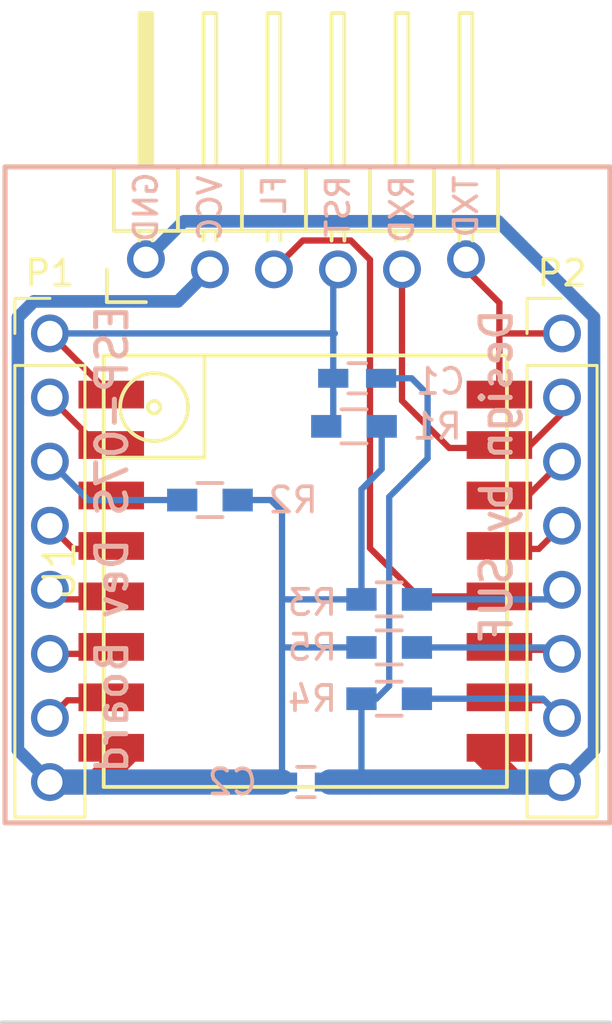
<source format=kicad_pcb>
(kicad_pcb (version 4) (host pcbnew 4.0.2-stable)

  (general
    (links 36)
    (no_connects 0)
    (area 139.671667 88.184999 170.208334 128.980001)
    (thickness 1.6)
    (drawings 17)
    (tracks 100)
    (zones 0)
    (modules 11)
    (nets 17)
  )

  (page A4)
  (layers
    (0 F.Cu signal)
    (31 B.Cu signal)
    (32 B.Adhes user)
    (33 F.Adhes user)
    (34 B.Paste user)
    (35 F.Paste user)
    (36 B.SilkS user)
    (37 F.SilkS user)
    (38 B.Mask user)
    (39 F.Mask user)
    (40 Dwgs.User user)
    (41 Cmts.User user)
    (42 Eco1.User user)
    (43 Eco2.User user)
    (44 Edge.Cuts user)
    (45 Margin user)
    (46 B.CrtYd user)
    (47 F.CrtYd user)
    (48 B.Fab user)
    (49 F.Fab user)
  )

  (setup
    (last_trace_width 0.5)
    (user_trace_width 0.5)
    (user_trace_width 1)
    (trace_clearance 0.2)
    (zone_clearance 0.508)
    (zone_45_only no)
    (trace_min 0.2)
    (segment_width 0.2)
    (edge_width 0.15)
    (via_size 0.6)
    (via_drill 0.4)
    (via_min_size 0.4)
    (via_min_drill 0.3)
    (uvia_size 0.3)
    (uvia_drill 0.1)
    (uvias_allowed no)
    (uvia_min_size 0.2)
    (uvia_min_drill 0.1)
    (pcb_text_width 0.3)
    (pcb_text_size 1.5 1.5)
    (mod_edge_width 0.15)
    (mod_text_size 1 1)
    (mod_text_width 0.15)
    (pad_size 1.5 1.5)
    (pad_drill 1)
    (pad_to_mask_clearance 0.2)
    (aux_axis_origin 0 0)
    (visible_elements 7FFFFFFF)
    (pcbplotparams
      (layerselection 0x00030_80000001)
      (usegerberextensions false)
      (excludeedgelayer true)
      (linewidth 0.100000)
      (plotframeref false)
      (viasonmask false)
      (mode 1)
      (useauxorigin false)
      (hpglpennumber 1)
      (hpglpenspeed 20)
      (hpglpendiameter 15)
      (hpglpenoverlay 2)
      (psnegative false)
      (psa4output false)
      (plotreference true)
      (plotvalue true)
      (plotinvisibletext false)
      (padsonsilk false)
      (subtractmaskfromsilk false)
      (outputformat 1)
      (mirror false)
      (drillshape 1)
      (scaleselection 1)
      (outputdirectory ""))
  )

  (net 0 "")
  (net 1 "Net-(P1-Pad2)")
  (net 2 "Net-(P1-Pad3)")
  (net 3 "Net-(P1-Pad4)")
  (net 4 "Net-(P1-Pad5)")
  (net 5 "Net-(P1-Pad6)")
  (net 6 "Net-(P1-Pad7)")
  (net 7 "Net-(P2-Pad1)")
  (net 8 "Net-(P2-Pad2)")
  (net 9 "Net-(P2-Pad3)")
  (net 10 "Net-(P2-Pad4)")
  (net 11 "Net-(P2-Pad5)")
  (net 12 "Net-(P2-Pad6)")
  (net 13 "Net-(P2-Pad7)")
  (net 14 "Net-(C1-Pad1)")
  (net 15 GND)
  (net 16 VCC)

  (net_class Default "This is the default net class."
    (clearance 0.2)
    (trace_width 0.25)
    (via_dia 0.6)
    (via_drill 0.4)
    (uvia_dia 0.3)
    (uvia_drill 0.1)
    (add_net GND)
    (add_net "Net-(C1-Pad1)")
    (add_net "Net-(P1-Pad2)")
    (add_net "Net-(P1-Pad3)")
    (add_net "Net-(P1-Pad4)")
    (add_net "Net-(P1-Pad5)")
    (add_net "Net-(P1-Pad6)")
    (add_net "Net-(P1-Pad7)")
    (add_net "Net-(P2-Pad1)")
    (add_net "Net-(P2-Pad2)")
    (add_net "Net-(P2-Pad3)")
    (add_net "Net-(P2-Pad4)")
    (add_net "Net-(P2-Pad5)")
    (add_net "Net-(P2-Pad6)")
    (add_net "Net-(P2-Pad7)")
    (add_net VCC)
  )

  (module Capacitors_SMD:C_0603_HandSoldering (layer B.Cu) (tedit 58369A76) (tstamp 5835D395)
    (at 156.972 103.378)
    (descr "Capacitor SMD 0603, hand soldering")
    (tags "capacitor 0603")
    (path /5835D719)
    (attr smd)
    (fp_text reference C1 (at 3.302 0.127) (layer B.SilkS)
      (effects (font (size 1 1) (thickness 0.15)) (justify mirror))
    )
    (fp_text value 470pF (at 0 -1.9) (layer B.Fab) hide
      (effects (font (size 1 1) (thickness 0.15)) (justify mirror))
    )
    (fp_line (start -0.8 -0.4) (end -0.8 0.4) (layer B.Fab) (width 0.15))
    (fp_line (start 0.8 -0.4) (end -0.8 -0.4) (layer B.Fab) (width 0.15))
    (fp_line (start 0.8 0.4) (end 0.8 -0.4) (layer B.Fab) (width 0.15))
    (fp_line (start -0.8 0.4) (end 0.8 0.4) (layer B.Fab) (width 0.15))
    (fp_line (start -1.85 0.75) (end 1.85 0.75) (layer B.CrtYd) (width 0.05))
    (fp_line (start -1.85 -0.75) (end 1.85 -0.75) (layer B.CrtYd) (width 0.05))
    (fp_line (start -1.85 0.75) (end -1.85 -0.75) (layer B.CrtYd) (width 0.05))
    (fp_line (start 1.85 0.75) (end 1.85 -0.75) (layer B.CrtYd) (width 0.05))
    (fp_line (start -0.35 0.6) (end 0.35 0.6) (layer B.SilkS) (width 0.15))
    (fp_line (start 0.35 -0.6) (end -0.35 -0.6) (layer B.SilkS) (width 0.15))
    (pad 1 smd rect (at -0.95 0) (size 1.2 0.75) (layers B.Cu B.Paste B.Mask)
      (net 14 "Net-(C1-Pad1)"))
    (pad 2 smd rect (at 0.95 0) (size 1.2 0.75) (layers B.Cu B.Paste B.Mask)
      (net 15 GND))
    (model Capacitors_SMD.3dshapes/C_0603_HandSoldering.wrl
      (at (xyz 0 0 0))
      (scale (xyz 1 1 1))
      (rotate (xyz 0 0 0))
    )
  )

  (module Capacitors_SMD:C_0603_HandSoldering (layer B.Cu) (tedit 58784CD4) (tstamp 5835D3A5)
    (at 154.94 119.38)
    (descr "Capacitor SMD 0603, hand soldering")
    (tags "capacitor 0603")
    (path /5835D7AA)
    (attr smd)
    (fp_text reference C2 (at -2.921 0) (layer B.SilkS)
      (effects (font (size 1 1) (thickness 0.15)) (justify mirror))
    )
    (fp_text value 1uF/6.3V (at 0 -1.9) (layer B.Fab) hide
      (effects (font (size 1 1) (thickness 0.15)) (justify mirror))
    )
    (fp_line (start -0.8 -0.4) (end -0.8 0.4) (layer B.Fab) (width 0.15))
    (fp_line (start 0.8 -0.4) (end -0.8 -0.4) (layer B.Fab) (width 0.15))
    (fp_line (start 0.8 0.4) (end 0.8 -0.4) (layer B.Fab) (width 0.15))
    (fp_line (start -0.8 0.4) (end 0.8 0.4) (layer B.Fab) (width 0.15))
    (fp_line (start -1.85 0.75) (end 1.85 0.75) (layer B.CrtYd) (width 0.05))
    (fp_line (start -1.85 -0.75) (end 1.85 -0.75) (layer B.CrtYd) (width 0.05))
    (fp_line (start -1.85 0.75) (end -1.85 -0.75) (layer B.CrtYd) (width 0.05))
    (fp_line (start 1.85 0.75) (end 1.85 -0.75) (layer B.CrtYd) (width 0.05))
    (fp_line (start -0.35 0.6) (end 0.35 0.6) (layer B.SilkS) (width 0.15))
    (fp_line (start 0.35 -0.6) (end -0.35 -0.6) (layer B.SilkS) (width 0.15))
    (pad 1 smd rect (at -0.95 0) (size 1.2 0.75) (layers B.Cu B.Paste B.Mask)
      (net 16 VCC))
    (pad 2 smd rect (at 0.95 0) (size 1.2 0.75) (layers B.Cu B.Paste B.Mask)
      (net 15 GND))
    (model Capacitors_SMD.3dshapes/C_0603_HandSoldering.wrl
      (at (xyz 0 0 0))
      (scale (xyz 1 1 1))
      (rotate (xyz 0 0 0))
    )
  )

  (module Pin_Headers:Pin_Header_Angled_1x06 (layer F.Cu) (tedit 5879D58A) (tstamp 5835D3F0)
    (at 148.59 99.06 90)
    (descr "Through hole pin header")
    (tags "pin header")
    (path /5835D014)
    (fp_text reference P3 (at 0 -5.1 90) (layer F.SilkS) hide
      (effects (font (size 1 1) (thickness 0.15)))
    )
    (fp_text value CONN_01X06 (at 2.54 -2.54 90) (layer F.Fab) hide
      (effects (font (size 1 1) (thickness 0.15)))
    )
    (fp_line (start -1.5 -1.75) (end -1.5 14.45) (layer F.CrtYd) (width 0.05))
    (fp_line (start 10.65 -1.75) (end 10.65 14.45) (layer F.CrtYd) (width 0.05))
    (fp_line (start -1.5 -1.75) (end 10.65 -1.75) (layer F.CrtYd) (width 0.05))
    (fp_line (start -1.5 14.45) (end 10.65 14.45) (layer F.CrtYd) (width 0.05))
    (fp_line (start -1.3 -1.55) (end -1.3 0) (layer F.SilkS) (width 0.15))
    (fp_line (start 0 -1.55) (end -1.3 -1.55) (layer F.SilkS) (width 0.15))
    (fp_line (start 4.191 -0.127) (end 10.033 -0.127) (layer F.SilkS) (width 0.15))
    (fp_line (start 10.033 -0.127) (end 10.033 0.127) (layer F.SilkS) (width 0.15))
    (fp_line (start 10.033 0.127) (end 4.191 0.127) (layer F.SilkS) (width 0.15))
    (fp_line (start 4.191 0.127) (end 4.191 0) (layer F.SilkS) (width 0.15))
    (fp_line (start 4.191 0) (end 10.033 0) (layer F.SilkS) (width 0.15))
    (fp_line (start 1.524 -0.254) (end 1.143 -0.254) (layer F.SilkS) (width 0.15))
    (fp_line (start 1.524 0.254) (end 1.143 0.254) (layer F.SilkS) (width 0.15))
    (fp_line (start 1.524 2.286) (end 1.143 2.286) (layer F.SilkS) (width 0.15))
    (fp_line (start 1.524 2.794) (end 1.143 2.794) (layer F.SilkS) (width 0.15))
    (fp_line (start 1.524 4.826) (end 1.143 4.826) (layer F.SilkS) (width 0.15))
    (fp_line (start 1.524 5.334) (end 1.143 5.334) (layer F.SilkS) (width 0.15))
    (fp_line (start 1.524 12.954) (end 1.143 12.954) (layer F.SilkS) (width 0.15))
    (fp_line (start 1.524 12.446) (end 1.143 12.446) (layer F.SilkS) (width 0.15))
    (fp_line (start 1.524 10.414) (end 1.143 10.414) (layer F.SilkS) (width 0.15))
    (fp_line (start 1.524 9.906) (end 1.143 9.906) (layer F.SilkS) (width 0.15))
    (fp_line (start 1.524 7.874) (end 1.143 7.874) (layer F.SilkS) (width 0.15))
    (fp_line (start 1.524 7.366) (end 1.143 7.366) (layer F.SilkS) (width 0.15))
    (fp_line (start 1.524 -1.27) (end 4.064 -1.27) (layer F.SilkS) (width 0.15))
    (fp_line (start 1.524 1.27) (end 4.064 1.27) (layer F.SilkS) (width 0.15))
    (fp_line (start 1.524 1.27) (end 1.524 3.81) (layer F.SilkS) (width 0.15))
    (fp_line (start 1.524 3.81) (end 4.064 3.81) (layer F.SilkS) (width 0.15))
    (fp_line (start 4.064 2.286) (end 10.16 2.286) (layer F.SilkS) (width 0.15))
    (fp_line (start 10.16 2.286) (end 10.16 2.794) (layer F.SilkS) (width 0.15))
    (fp_line (start 10.16 2.794) (end 4.064 2.794) (layer F.SilkS) (width 0.15))
    (fp_line (start 4.064 3.81) (end 4.064 1.27) (layer F.SilkS) (width 0.15))
    (fp_line (start 4.064 1.27) (end 4.064 -1.27) (layer F.SilkS) (width 0.15))
    (fp_line (start 10.16 0.254) (end 4.064 0.254) (layer F.SilkS) (width 0.15))
    (fp_line (start 10.16 -0.254) (end 10.16 0.254) (layer F.SilkS) (width 0.15))
    (fp_line (start 4.064 -0.254) (end 10.16 -0.254) (layer F.SilkS) (width 0.15))
    (fp_line (start 1.524 1.27) (end 4.064 1.27) (layer F.SilkS) (width 0.15))
    (fp_line (start 1.524 -1.27) (end 1.524 1.27) (layer F.SilkS) (width 0.15))
    (fp_line (start 1.524 8.89) (end 4.064 8.89) (layer F.SilkS) (width 0.15))
    (fp_line (start 1.524 8.89) (end 1.524 11.43) (layer F.SilkS) (width 0.15))
    (fp_line (start 1.524 11.43) (end 4.064 11.43) (layer F.SilkS) (width 0.15))
    (fp_line (start 4.064 9.906) (end 10.16 9.906) (layer F.SilkS) (width 0.15))
    (fp_line (start 10.16 9.906) (end 10.16 10.414) (layer F.SilkS) (width 0.15))
    (fp_line (start 10.16 10.414) (end 4.064 10.414) (layer F.SilkS) (width 0.15))
    (fp_line (start 4.064 11.43) (end 4.064 8.89) (layer F.SilkS) (width 0.15))
    (fp_line (start 4.064 13.97) (end 4.064 11.43) (layer F.SilkS) (width 0.15))
    (fp_line (start 10.16 12.954) (end 4.064 12.954) (layer F.SilkS) (width 0.15))
    (fp_line (start 10.16 12.446) (end 10.16 12.954) (layer F.SilkS) (width 0.15))
    (fp_line (start 4.064 12.446) (end 10.16 12.446) (layer F.SilkS) (width 0.15))
    (fp_line (start 1.524 13.97) (end 4.064 13.97) (layer F.SilkS) (width 0.15))
    (fp_line (start 1.524 11.43) (end 1.524 13.97) (layer F.SilkS) (width 0.15))
    (fp_line (start 1.524 11.43) (end 4.064 11.43) (layer F.SilkS) (width 0.15))
    (fp_line (start 1.524 6.35) (end 4.064 6.35) (layer F.SilkS) (width 0.15))
    (fp_line (start 1.524 6.35) (end 1.524 8.89) (layer F.SilkS) (width 0.15))
    (fp_line (start 1.524 8.89) (end 4.064 8.89) (layer F.SilkS) (width 0.15))
    (fp_line (start 4.064 7.366) (end 10.16 7.366) (layer F.SilkS) (width 0.15))
    (fp_line (start 10.16 7.366) (end 10.16 7.874) (layer F.SilkS) (width 0.15))
    (fp_line (start 10.16 7.874) (end 4.064 7.874) (layer F.SilkS) (width 0.15))
    (fp_line (start 4.064 8.89) (end 4.064 6.35) (layer F.SilkS) (width 0.15))
    (fp_line (start 4.064 6.35) (end 4.064 3.81) (layer F.SilkS) (width 0.15))
    (fp_line (start 10.16 5.334) (end 4.064 5.334) (layer F.SilkS) (width 0.15))
    (fp_line (start 10.16 4.826) (end 10.16 5.334) (layer F.SilkS) (width 0.15))
    (fp_line (start 4.064 4.826) (end 10.16 4.826) (layer F.SilkS) (width 0.15))
    (fp_line (start 1.524 6.35) (end 4.064 6.35) (layer F.SilkS) (width 0.15))
    (fp_line (start 1.524 3.81) (end 1.524 6.35) (layer F.SilkS) (width 0.15))
    (fp_line (start 1.524 3.81) (end 4.064 3.81) (layer F.SilkS) (width 0.15))
    (pad 1 thru_hole circle (at 0.4 0 90) (size 1.5 1.5) (drill 1) (layers *.Cu *.Mask)
      (net 15 GND))
    (pad 2 thru_hole circle (at 0 2.54 90) (size 1.5 1.5) (drill 1) (layers *.Cu *.Mask)
      (net 16 VCC))
    (pad 3 thru_hole circle (at 0 5.08 90) (size 1.5 1.5) (drill 1) (layers *.Cu *.Mask)
      (net 11 "Net-(P2-Pad5)"))
    (pad 4 thru_hole circle (at 0 7.62 90) (size 1.5 1.5) (drill 1) (layers *.Cu *.Mask)
      (net 14 "Net-(C1-Pad1)"))
    (pad 5 thru_hole circle (at 0 10.16 90) (size 1.5 1.5) (drill 1) (layers *.Cu *.Mask)
      (net 8 "Net-(P2-Pad2)"))
    (pad 6 thru_hole circle (at 0.4 12.7 90) (size 1.5 1.5) (drill 1) (layers *.Cu *.Mask)
      (net 7 "Net-(P2-Pad1)"))
    (model Pin_Headers.3dshapes/Pin_Header_Angled_1x06.wrl
      (at (xyz 0 -0.25 0))
      (scale (xyz 1 1 1))
      (rotate (xyz 0 0 90))
    )
  )

  (module Resistors_SMD:R_0603_HandSoldering (layer B.Cu) (tedit 58369A6C) (tstamp 5835D400)
    (at 156.845 105.283 180)
    (descr "Resistor SMD 0603, hand soldering")
    (tags "resistor 0603")
    (path /5835D4C2)
    (attr smd)
    (fp_text reference R1 (at -3.302 0 180) (layer B.SilkS)
      (effects (font (size 1 1) (thickness 0.15)) (justify mirror))
    )
    (fp_text value 12K (at 0 -1.9 180) (layer B.Fab) hide
      (effects (font (size 1 1) (thickness 0.15)) (justify mirror))
    )
    (fp_line (start -0.8 -0.4) (end -0.8 0.4) (layer B.Fab) (width 0.1))
    (fp_line (start 0.8 -0.4) (end -0.8 -0.4) (layer B.Fab) (width 0.1))
    (fp_line (start 0.8 0.4) (end 0.8 -0.4) (layer B.Fab) (width 0.1))
    (fp_line (start -0.8 0.4) (end 0.8 0.4) (layer B.Fab) (width 0.1))
    (fp_line (start -2 0.8) (end 2 0.8) (layer B.CrtYd) (width 0.05))
    (fp_line (start -2 -0.8) (end 2 -0.8) (layer B.CrtYd) (width 0.05))
    (fp_line (start -2 0.8) (end -2 -0.8) (layer B.CrtYd) (width 0.05))
    (fp_line (start 2 0.8) (end 2 -0.8) (layer B.CrtYd) (width 0.05))
    (fp_line (start 0.5 -0.675) (end -0.5 -0.675) (layer B.SilkS) (width 0.15))
    (fp_line (start -0.5 0.675) (end 0.5 0.675) (layer B.SilkS) (width 0.15))
    (pad 1 smd rect (at -1.1 0 180) (size 1.2 0.9) (layers B.Cu B.Paste B.Mask)
      (net 16 VCC))
    (pad 2 smd rect (at 1.1 0 180) (size 1.2 0.9) (layers B.Cu B.Paste B.Mask)
      (net 14 "Net-(C1-Pad1)"))
    (model Resistors_SMD.3dshapes/R_0603_HandSoldering.wrl
      (at (xyz 0 0 0))
      (scale (xyz 1 1 1))
      (rotate (xyz 0 0 0))
    )
  )

  (module Resistors_SMD:R_0603_HandSoldering (layer B.Cu) (tedit 58369A50) (tstamp 5835D410)
    (at 151.13 108.204 180)
    (descr "Resistor SMD 0603, hand soldering")
    (tags "resistor 0603")
    (path /5835D57D)
    (attr smd)
    (fp_text reference R2 (at -3.302 0 180) (layer B.SilkS)
      (effects (font (size 1 1) (thickness 0.15)) (justify mirror))
    )
    (fp_text value 12K (at 0 -1.9 180) (layer B.Fab) hide
      (effects (font (size 1 1) (thickness 0.15)) (justify mirror))
    )
    (fp_line (start -0.8 -0.4) (end -0.8 0.4) (layer B.Fab) (width 0.1))
    (fp_line (start 0.8 -0.4) (end -0.8 -0.4) (layer B.Fab) (width 0.1))
    (fp_line (start 0.8 0.4) (end 0.8 -0.4) (layer B.Fab) (width 0.1))
    (fp_line (start -0.8 0.4) (end 0.8 0.4) (layer B.Fab) (width 0.1))
    (fp_line (start -2 0.8) (end 2 0.8) (layer B.CrtYd) (width 0.05))
    (fp_line (start -2 -0.8) (end 2 -0.8) (layer B.CrtYd) (width 0.05))
    (fp_line (start -2 0.8) (end -2 -0.8) (layer B.CrtYd) (width 0.05))
    (fp_line (start 2 0.8) (end 2 -0.8) (layer B.CrtYd) (width 0.05))
    (fp_line (start 0.5 -0.675) (end -0.5 -0.675) (layer B.SilkS) (width 0.15))
    (fp_line (start -0.5 0.675) (end 0.5 0.675) (layer B.SilkS) (width 0.15))
    (pad 1 smd rect (at -1.1 0 180) (size 1.2 0.9) (layers B.Cu B.Paste B.Mask)
      (net 16 VCC))
    (pad 2 smd rect (at 1.1 0 180) (size 1.2 0.9) (layers B.Cu B.Paste B.Mask)
      (net 2 "Net-(P1-Pad3)"))
    (model Resistors_SMD.3dshapes/R_0603_HandSoldering.wrl
      (at (xyz 0 0 0))
      (scale (xyz 1 1 1))
      (rotate (xyz 0 0 0))
    )
  )

  (module Resistors_SMD:R_0603_HandSoldering (layer B.Cu) (tedit 58369A29) (tstamp 5835D420)
    (at 158.242 112.141)
    (descr "Resistor SMD 0603, hand soldering")
    (tags "resistor 0603")
    (path /5835D2D9)
    (attr smd)
    (fp_text reference R3 (at -3.048 0.127) (layer B.SilkS)
      (effects (font (size 1 1) (thickness 0.15)) (justify mirror))
    )
    (fp_text value 12K (at 0 -1.9) (layer B.Fab) hide
      (effects (font (size 1 1) (thickness 0.15)) (justify mirror))
    )
    (fp_line (start -0.8 -0.4) (end -0.8 0.4) (layer B.Fab) (width 0.1))
    (fp_line (start 0.8 -0.4) (end -0.8 -0.4) (layer B.Fab) (width 0.1))
    (fp_line (start 0.8 0.4) (end 0.8 -0.4) (layer B.Fab) (width 0.1))
    (fp_line (start -0.8 0.4) (end 0.8 0.4) (layer B.Fab) (width 0.1))
    (fp_line (start -2 0.8) (end 2 0.8) (layer B.CrtYd) (width 0.05))
    (fp_line (start -2 -0.8) (end 2 -0.8) (layer B.CrtYd) (width 0.05))
    (fp_line (start -2 0.8) (end -2 -0.8) (layer B.CrtYd) (width 0.05))
    (fp_line (start 2 0.8) (end 2 -0.8) (layer B.CrtYd) (width 0.05))
    (fp_line (start 0.5 -0.675) (end -0.5 -0.675) (layer B.SilkS) (width 0.15))
    (fp_line (start -0.5 0.675) (end 0.5 0.675) (layer B.SilkS) (width 0.15))
    (pad 1 smd rect (at -1.1 0) (size 1.2 0.9) (layers B.Cu B.Paste B.Mask)
      (net 16 VCC))
    (pad 2 smd rect (at 1.1 0) (size 1.2 0.9) (layers B.Cu B.Paste B.Mask)
      (net 11 "Net-(P2-Pad5)"))
    (model Resistors_SMD.3dshapes/R_0603_HandSoldering.wrl
      (at (xyz 0 0 0))
      (scale (xyz 1 1 1))
      (rotate (xyz 0 0 0))
    )
  )

  (module Resistors_SMD:R_0603_HandSoldering (layer B.Cu) (tedit 58369A0F) (tstamp 5835D430)
    (at 158.242 116.078 180)
    (descr "Resistor SMD 0603, hand soldering")
    (tags "resistor 0603")
    (path /5835D60D)
    (attr smd)
    (fp_text reference R4 (at 3.048 0 180) (layer B.SilkS)
      (effects (font (size 1 1) (thickness 0.15)) (justify mirror))
    )
    (fp_text value 12K (at 0 -1.9 180) (layer B.Fab) hide
      (effects (font (size 1 1) (thickness 0.15)) (justify mirror))
    )
    (fp_line (start -0.8 -0.4) (end -0.8 0.4) (layer B.Fab) (width 0.1))
    (fp_line (start 0.8 -0.4) (end -0.8 -0.4) (layer B.Fab) (width 0.1))
    (fp_line (start 0.8 0.4) (end 0.8 -0.4) (layer B.Fab) (width 0.1))
    (fp_line (start -0.8 0.4) (end 0.8 0.4) (layer B.Fab) (width 0.1))
    (fp_line (start -2 0.8) (end 2 0.8) (layer B.CrtYd) (width 0.05))
    (fp_line (start -2 -0.8) (end 2 -0.8) (layer B.CrtYd) (width 0.05))
    (fp_line (start -2 0.8) (end -2 -0.8) (layer B.CrtYd) (width 0.05))
    (fp_line (start 2 0.8) (end 2 -0.8) (layer B.CrtYd) (width 0.05))
    (fp_line (start 0.5 -0.675) (end -0.5 -0.675) (layer B.SilkS) (width 0.15))
    (fp_line (start -0.5 0.675) (end 0.5 0.675) (layer B.SilkS) (width 0.15))
    (pad 1 smd rect (at -1.1 0 180) (size 1.2 0.9) (layers B.Cu B.Paste B.Mask)
      (net 13 "Net-(P2-Pad7)"))
    (pad 2 smd rect (at 1.1 0 180) (size 1.2 0.9) (layers B.Cu B.Paste B.Mask)
      (net 15 GND))
    (model Resistors_SMD.3dshapes/R_0603_HandSoldering.wrl
      (at (xyz 0 0 0))
      (scale (xyz 1 1 1))
      (rotate (xyz 0 0 0))
    )
  )

  (module Resistors_SMD:R_0603_HandSoldering (layer B.Cu) (tedit 58369A1F) (tstamp 5835D440)
    (at 158.242 114.046)
    (descr "Resistor SMD 0603, hand soldering")
    (tags "resistor 0603")
    (path /5835D486)
    (attr smd)
    (fp_text reference R5 (at -3.048 0) (layer B.SilkS)
      (effects (font (size 1 1) (thickness 0.15)) (justify mirror))
    )
    (fp_text value 12K (at 0 -1.9) (layer B.Fab) hide
      (effects (font (size 1 1) (thickness 0.15)) (justify mirror))
    )
    (fp_line (start -0.8 -0.4) (end -0.8 0.4) (layer B.Fab) (width 0.1))
    (fp_line (start 0.8 -0.4) (end -0.8 -0.4) (layer B.Fab) (width 0.1))
    (fp_line (start 0.8 0.4) (end 0.8 -0.4) (layer B.Fab) (width 0.1))
    (fp_line (start -0.8 0.4) (end 0.8 0.4) (layer B.Fab) (width 0.1))
    (fp_line (start -2 0.8) (end 2 0.8) (layer B.CrtYd) (width 0.05))
    (fp_line (start -2 -0.8) (end 2 -0.8) (layer B.CrtYd) (width 0.05))
    (fp_line (start -2 0.8) (end -2 -0.8) (layer B.CrtYd) (width 0.05))
    (fp_line (start 2 0.8) (end 2 -0.8) (layer B.CrtYd) (width 0.05))
    (fp_line (start 0.5 -0.675) (end -0.5 -0.675) (layer B.SilkS) (width 0.15))
    (fp_line (start -0.5 0.675) (end 0.5 0.675) (layer B.SilkS) (width 0.15))
    (pad 1 smd rect (at -1.1 0) (size 1.2 0.9) (layers B.Cu B.Paste B.Mask)
      (net 16 VCC))
    (pad 2 smd rect (at 1.1 0) (size 1.2 0.9) (layers B.Cu B.Paste B.Mask)
      (net 12 "Net-(P2-Pad6)"))
    (model Resistors_SMD.3dshapes/R_0603_HandSoldering.wrl
      (at (xyz 0 0 0))
      (scale (xyz 1 1 1))
      (rotate (xyz 0 0 0))
    )
  )

  (module Pin_Headers:Pin_Header_Straight_1x08_Pitch2.54mm (layer F.Cu) (tedit 58784D0B) (tstamp 5876AC69)
    (at 144.78 101.6)
    (descr "Through hole straight pin header, 1x08, 2.54mm pitch, single row")
    (tags "Through hole pin header THT 1x08 2.54mm single row")
    (path /5835C9F9)
    (fp_text reference P1 (at 0 -2.39) (layer F.SilkS)
      (effects (font (size 1 1) (thickness 0.15)))
    )
    (fp_text value CONN_01X11 (at 0 20.17) (layer F.Fab) hide
      (effects (font (size 1 1) (thickness 0.15)))
    )
    (fp_line (start -1.27 -1.27) (end -1.27 19.05) (layer F.Fab) (width 0.1))
    (fp_line (start -1.27 19.05) (end 1.27 19.05) (layer F.Fab) (width 0.1))
    (fp_line (start 1.27 19.05) (end 1.27 -1.27) (layer F.Fab) (width 0.1))
    (fp_line (start 1.27 -1.27) (end -1.27 -1.27) (layer F.Fab) (width 0.1))
    (fp_line (start -1.39 1.27) (end -1.39 19.17) (layer F.SilkS) (width 0.12))
    (fp_line (start -1.39 19.17) (end 1.39 19.17) (layer F.SilkS) (width 0.12))
    (fp_line (start 1.39 19.17) (end 1.39 1.27) (layer F.SilkS) (width 0.12))
    (fp_line (start 1.39 1.27) (end -1.39 1.27) (layer F.SilkS) (width 0.12))
    (fp_line (start -1.39 0) (end -1.39 -1.39) (layer F.SilkS) (width 0.12))
    (fp_line (start -1.39 -1.39) (end 0 -1.39) (layer F.SilkS) (width 0.12))
    (fp_line (start -1.6 -1.6) (end -1.6 19.3) (layer F.CrtYd) (width 0.05))
    (fp_line (start -1.6 19.3) (end 1.6 19.3) (layer F.CrtYd) (width 0.05))
    (fp_line (start 1.6 19.3) (end 1.6 -1.6) (layer F.CrtYd) (width 0.05))
    (fp_line (start 1.6 -1.6) (end -1.6 -1.6) (layer F.CrtYd) (width 0.05))
    (pad 1 thru_hole circle (at 0 0) (size 1.5 1.5) (drill 1) (layers *.Cu *.Mask)
      (net 14 "Net-(C1-Pad1)"))
    (pad 2 thru_hole circle (at 0 2.54) (size 1.5 1.5) (drill 1) (layers *.Cu *.Mask)
      (net 1 "Net-(P1-Pad2)"))
    (pad 3 thru_hole circle (at 0 5.08) (size 1.5 1.5) (drill 1) (layers *.Cu *.Mask)
      (net 2 "Net-(P1-Pad3)"))
    (pad 4 thru_hole circle (at 0 7.62) (size 1.5 1.5) (drill 1) (layers *.Cu *.Mask)
      (net 3 "Net-(P1-Pad4)"))
    (pad 5 thru_hole circle (at 0 10.16) (size 1.5 1.5) (drill 1) (layers *.Cu *.Mask)
      (net 4 "Net-(P1-Pad5)"))
    (pad 6 thru_hole circle (at 0 12.7) (size 1.5 1.5) (drill 1) (layers *.Cu *.Mask)
      (net 5 "Net-(P1-Pad6)"))
    (pad 7 thru_hole circle (at 0 15.24) (size 1.5 1.5) (drill 1) (layers *.Cu *.Mask)
      (net 6 "Net-(P1-Pad7)"))
    (pad 8 thru_hole circle (at 0 17.78) (size 1.5 1.5) (drill 1) (layers *.Cu *.Mask)
      (net 16 VCC))
    (model Pin_Headers.3dshapes/Pin_Header_Straight_1x08_Pitch2.54mm.wrl
      (at (xyz 0 -0.35 0))
      (scale (xyz 1 1 1))
      (rotate (xyz 0 0 90))
    )
  )

  (module Pin_Headers:Pin_Header_Straight_1x08_Pitch2.54mm (layer F.Cu) (tedit 58784D15) (tstamp 5876AC74)
    (at 165.1 101.6)
    (descr "Through hole straight pin header, 1x08, 2.54mm pitch, single row")
    (tags "Through hole pin header THT 1x08 2.54mm single row")
    (path /5835C978)
    (fp_text reference P2 (at 0 -2.39) (layer F.SilkS)
      (effects (font (size 1 1) (thickness 0.15)))
    )
    (fp_text value CONN_01X11 (at 0 20.17) (layer F.Fab) hide
      (effects (font (size 1 1) (thickness 0.15)))
    )
    (fp_line (start -1.27 -1.27) (end -1.27 19.05) (layer F.Fab) (width 0.1))
    (fp_line (start -1.27 19.05) (end 1.27 19.05) (layer F.Fab) (width 0.1))
    (fp_line (start 1.27 19.05) (end 1.27 -1.27) (layer F.Fab) (width 0.1))
    (fp_line (start 1.27 -1.27) (end -1.27 -1.27) (layer F.Fab) (width 0.1))
    (fp_line (start -1.39 1.27) (end -1.39 19.17) (layer F.SilkS) (width 0.12))
    (fp_line (start -1.39 19.17) (end 1.39 19.17) (layer F.SilkS) (width 0.12))
    (fp_line (start 1.39 19.17) (end 1.39 1.27) (layer F.SilkS) (width 0.12))
    (fp_line (start 1.39 1.27) (end -1.39 1.27) (layer F.SilkS) (width 0.12))
    (fp_line (start -1.39 0) (end -1.39 -1.39) (layer F.SilkS) (width 0.12))
    (fp_line (start -1.39 -1.39) (end 0 -1.39) (layer F.SilkS) (width 0.12))
    (fp_line (start -1.6 -1.6) (end -1.6 19.3) (layer F.CrtYd) (width 0.05))
    (fp_line (start -1.6 19.3) (end 1.6 19.3) (layer F.CrtYd) (width 0.05))
    (fp_line (start 1.6 19.3) (end 1.6 -1.6) (layer F.CrtYd) (width 0.05))
    (fp_line (start 1.6 -1.6) (end -1.6 -1.6) (layer F.CrtYd) (width 0.05))
    (pad 1 thru_hole circle (at 0 0) (size 1.5 1.5) (drill 1) (layers *.Cu *.Mask)
      (net 7 "Net-(P2-Pad1)"))
    (pad 2 thru_hole circle (at 0 2.54) (size 1.5 1.5) (drill 1) (layers *.Cu *.Mask)
      (net 8 "Net-(P2-Pad2)"))
    (pad 3 thru_hole circle (at 0 5.08) (size 1.5 1.5) (drill 1) (layers *.Cu *.Mask)
      (net 9 "Net-(P2-Pad3)"))
    (pad 4 thru_hole circle (at 0 7.62) (size 1.5 1.5) (drill 1) (layers *.Cu *.Mask)
      (net 10 "Net-(P2-Pad4)"))
    (pad 5 thru_hole circle (at 0 10.16) (size 1.5 1.5) (drill 1) (layers *.Cu *.Mask)
      (net 11 "Net-(P2-Pad5)"))
    (pad 6 thru_hole circle (at 0 12.7) (size 1.5 1.5) (drill 1) (layers *.Cu *.Mask)
      (net 12 "Net-(P2-Pad6)"))
    (pad 7 thru_hole circle (at 0 15.24) (size 1.5 1.5) (drill 1) (layers *.Cu *.Mask)
      (net 13 "Net-(P2-Pad7)"))
    (pad 8 thru_hole circle (at 0 17.78) (size 1.5 1.5) (drill 1) (layers *.Cu *.Mask)
      (net 15 GND))
    (model Pin_Headers.3dshapes/Pin_Header_Straight_1x08_Pitch2.54mm.wrl
      (at (xyz 0 -0.35 0))
      (scale (xyz 1 1 1))
      (rotate (xyz 0 0 90))
    )
  )

  (module suf_module:ESP-07S (layer F.Cu) (tedit 5876AA79) (tstamp 5876AC7F)
    (at 154.9146 111.0234)
    (path /5835C869)
    (fp_text reference U1 (at -9.75 0 90) (layer F.SilkS)
      (effects (font (size 1.2 1.2) (thickness 0.15)))
    )
    (fp_text value ESP-07S (at 0 0 90) (layer F.Fab)
      (effects (font (size 1.2 1.2) (thickness 0.15)))
    )
    (fp_circle (center -6 -6.5) (end -6 -6.75) (layer F.SilkS) (width 0.15))
    (fp_line (start -4 -4.5) (end -4 -8.5) (layer F.SilkS) (width 0.15))
    (fp_circle (center -6 -6.5) (end -5.5 -7.75) (layer F.SilkS) (width 0.15))
    (fp_line (start -8 -4.5) (end -4 -4.5) (layer F.SilkS) (width 0.15))
    (fp_line (start 8 -8.55) (end -8 -8.55) (layer F.SilkS) (width 0.15))
    (fp_line (start -8 -8.55) (end -8 8.55) (layer F.SilkS) (width 0.15))
    (fp_line (start -8 8.55) (end 8 8.55) (layer F.SilkS) (width 0.15))
    (fp_line (start 8 8.55) (end 8 -8.55) (layer F.SilkS) (width 0.15))
    (pad 16 smd rect (at 7.7 -7 270) (size 1.1 2.6) (layers F.Cu F.Paste F.Mask)
      (net 7 "Net-(P2-Pad1)"))
    (pad 1 smd rect (at -7.7 -7 270) (size 1.1 2.6) (layers F.Cu F.Paste F.Mask)
      (net 14 "Net-(C1-Pad1)"))
    (pad 15 smd rect (at 7.7 -5 270) (size 1.1 2.6) (layers F.Cu F.Paste F.Mask)
      (net 8 "Net-(P2-Pad2)"))
    (pad 2 smd rect (at -7.7 -5 270) (size 1.1 2.6) (layers F.Cu F.Paste F.Mask)
      (net 1 "Net-(P1-Pad2)"))
    (pad 14 smd rect (at 7.7 -3 270) (size 1.1 2.6) (layers F.Cu F.Paste F.Mask)
      (net 9 "Net-(P2-Pad3)"))
    (pad 3 smd rect (at -7.7 -3 270) (size 1.1 2.6) (layers F.Cu F.Paste F.Mask)
      (net 2 "Net-(P1-Pad3)"))
    (pad 13 smd rect (at 7.7 -1 270) (size 1.1 2.6) (layers F.Cu F.Paste F.Mask)
      (net 10 "Net-(P2-Pad4)"))
    (pad 4 smd rect (at -7.7 -1 270) (size 1.1 2.6) (layers F.Cu F.Paste F.Mask)
      (net 3 "Net-(P1-Pad4)"))
    (pad 12 smd rect (at 7.7 1 270) (size 1.1 2.6) (layers F.Cu F.Paste F.Mask)
      (net 11 "Net-(P2-Pad5)"))
    (pad 5 smd rect (at -7.7 1 270) (size 1.1 2.6) (layers F.Cu F.Paste F.Mask)
      (net 4 "Net-(P1-Pad5)"))
    (pad 11 smd rect (at 7.7 3 270) (size 1.1 2.6) (layers F.Cu F.Paste F.Mask)
      (net 12 "Net-(P2-Pad6)"))
    (pad 6 smd rect (at -7.7 3 270) (size 1.1 2.6) (layers F.Cu F.Paste F.Mask)
      (net 5 "Net-(P1-Pad6)"))
    (pad 10 smd rect (at 7.7 5 270) (size 1.1 2.6) (layers F.Cu F.Paste F.Mask)
      (net 13 "Net-(P2-Pad7)"))
    (pad 7 smd rect (at -7.7 5 270) (size 1.1 2.6) (layers F.Cu F.Paste F.Mask)
      (net 6 "Net-(P1-Pad7)"))
    (pad 9 smd rect (at 7.7 7 270) (size 1.1 2.6) (layers F.Cu F.Paste F.Mask)
      (net 15 GND))
    (pad 8 smd rect (at -7.7 7 270) (size 1.1 2.6) (layers F.Cu F.Paste F.Mask)
      (net 16 VCC))
  )

  (gr_line (start 143 121) (end 143 95) (angle 90) (layer F.SilkS) (width 0.2))
  (gr_line (start 167 121) (end 143 121) (angle 90) (layer F.SilkS) (width 0.2))
  (gr_line (start 167 95) (end 167 121) (angle 90) (layer F.SilkS) (width 0.2))
  (gr_line (start 143 95) (end 167 95) (angle 90) (layer F.SilkS) (width 0.2))
  (gr_line (start 143 121) (end 143 95) (angle 90) (layer B.SilkS) (width 0.2))
  (gr_line (start 167 121) (end 143 121) (angle 90) (layer B.SilkS) (width 0.2))
  (gr_line (start 167 95) (end 167 121) (angle 90) (layer B.SilkS) (width 0.2))
  (gr_line (start 143 95) (end 167 95) (angle 90) (layer B.SilkS) (width 0.2))
  (gr_text TXD (at 161.29 95.25 90) (layer B.SilkS)
    (effects (font (size 0.9 0.9) (thickness 0.15)) (justify left mirror))
  )
  (gr_text RXD (at 158.75 95.25 90) (layer B.SilkS)
    (effects (font (size 0.9 0.9) (thickness 0.15)) (justify left mirror))
  )
  (gr_text RST (at 156.21 95.25 90) (layer B.SilkS)
    (effects (font (size 0.9 0.9) (thickness 0.15)) (justify left mirror))
  )
  (gr_text FL (at 153.67 95.25 90) (layer B.SilkS)
    (effects (font (size 0.9 0.9) (thickness 0.15)) (justify left mirror))
  )
  (gr_text VCC (at 151.13 95.25 90) (layer B.SilkS)
    (effects (font (size 0.9 0.9) (thickness 0.15)) (justify left mirror))
  )
  (gr_text GND (at 148.59 95.123 90) (layer B.SilkS)
    (effects (font (size 0.9 0.9) (thickness 0.15)) (justify left mirror))
  )
  (gr_text "Design by SUF" (at 162.5 107.25 90) (layer B.SilkS)
    (effects (font (size 1.2 1.2) (thickness 0.2)) (justify mirror))
  )
  (gr_text "ESP-07S Dev Board" (at 147.25 109.75 90) (layer B.SilkS)
    (effects (font (size 1.2 1.2) (thickness 0.2)) (justify mirror))
  )
  (gr_line (start 142.875 128.905) (end 167.005 128.905) (angle 90) (layer Edge.Cuts) (width 0.15))

  (segment (start 147.9 106.14) (end 146.78 106.14) (width 0.25) (layer F.Cu) (net 1))
  (segment (start 146.78 106.14) (end 144.78 104.14) (width 0.25) (layer F.Cu) (net 1) (tstamp 58367580))
  (segment (start 150.03 108.204) (end 146.304 108.204) (width 0.25) (layer B.Cu) (net 2))
  (segment (start 146.304 108.204) (end 144.78 106.68) (width 0.25) (layer B.Cu) (net 2) (tstamp 583675B0))
  (segment (start 147.9 108.14) (end 146.24 108.14) (width 0.25) (layer F.Cu) (net 2))
  (segment (start 146.24 108.14) (end 144.78 106.68) (width 0.25) (layer F.Cu) (net 2) (tstamp 5836757C))
  (segment (start 147.9 110.14) (end 145.7 110.14) (width 0.25) (layer F.Cu) (net 3))
  (segment (start 145.7 110.14) (end 144.78 109.22) (width 0.25) (layer F.Cu) (net 3) (tstamp 58367579))
  (segment (start 147.9 112.14) (end 145.16 112.14) (width 0.25) (layer F.Cu) (net 4))
  (segment (start 145.16 112.14) (end 144.78 111.76) (width 0.25) (layer F.Cu) (net 4) (tstamp 58367576))
  (segment (start 144.78 114.3) (end 147.74 114.3) (width 0.25) (layer F.Cu) (net 5))
  (segment (start 147.74 114.3) (end 147.9 114.14) (width 0.25) (layer F.Cu) (net 5) (tstamp 58367530))
  (segment (start 147.9 116.14) (end 145.48 116.14) (width 0.25) (layer F.Cu) (net 6))
  (segment (start 145.48 116.14) (end 144.78 116.84) (width 0.25) (layer F.Cu) (net 6) (tstamp 58367573))
  (segment (start 162.6146 101.6) (end 162.6146 100.3846) (width 0.25) (layer F.Cu) (net 7))
  (segment (start 162.6146 100.3846) (end 161.29 99.06) (width 0.25) (layer F.Cu) (net 7) (tstamp 5876AF19))
  (segment (start 165.1 101.6) (end 162.6146 101.6) (width 0.25) (layer F.Cu) (net 7))
  (segment (start 162.6146 101.6) (end 162.687 101.6) (width 0.25) (layer F.Cu) (net 7) (tstamp 5876ADF0))
  (segment (start 162.687 101.6) (end 162.6146 101.6) (width 0.25) (layer F.Cu) (net 7) (tstamp 5876ADF3))
  (segment (start 162.6146 104.0234) (end 162.6146 101.6) (width 0.25) (layer F.Cu) (net 7))
  (segment (start 161.9 104.14) (end 162.56 104.14) (width 0.25) (layer F.Cu) (net 7))
  (segment (start 158.75 99.06) (end 158.75 104.267) (width 0.25) (layer F.Cu) (net 8))
  (segment (start 158.75 104.267) (end 160.623 106.14) (width 0.25) (layer F.Cu) (net 8) (tstamp 5876AEA9))
  (segment (start 160.623 106.14) (end 161.9 106.14) (width 0.25) (layer F.Cu) (net 8) (tstamp 5836806D))
  (segment (start 161.9 106.14) (end 163.735 106.14) (width 0.25) (layer F.Cu) (net 8))
  (segment (start 163.735 106.14) (end 165.1 104.775) (width 0.25) (layer F.Cu) (net 8) (tstamp 5836756A))
  (segment (start 165.1 104.775) (end 165.1 104.14) (width 0.25) (layer F.Cu) (net 8) (tstamp 5836756C))
  (segment (start 161.9 108.14) (end 163.64 108.14) (width 0.25) (layer F.Cu) (net 9))
  (segment (start 163.64 108.14) (end 165.1 106.68) (width 0.25) (layer F.Cu) (net 9) (tstamp 58367566))
  (segment (start 165.1 109.22) (end 164.18 110.14) (width 0.25) (layer F.Cu) (net 10))
  (segment (start 164.18 110.14) (end 161.9 110.14) (width 0.25) (layer F.Cu) (net 10) (tstamp 58367563))
  (segment (start 162.6146 112.0234) (end 159.3944 112.0234) (width 0.25) (layer F.Cu) (net 11))
  (segment (start 154.813 97.917) (end 153.67 99.06) (width 0.25) (layer F.Cu) (net 11) (tstamp 5876AE9B))
  (segment (start 156.718 97.917) (end 154.813 97.917) (width 0.25) (layer F.Cu) (net 11) (tstamp 5876AE98))
  (segment (start 157.48 98.679) (end 156.718 97.917) (width 0.25) (layer F.Cu) (net 11) (tstamp 5876AE90))
  (segment (start 157.48 110.109) (end 157.48 98.679) (width 0.25) (layer F.Cu) (net 11) (tstamp 5876AE8A))
  (segment (start 159.3944 112.0234) (end 157.48 110.109) (width 0.25) (layer F.Cu) (net 11) (tstamp 5876AE7B))
  (segment (start 159.342 112.141) (end 164.719 112.141) (width 0.25) (layer B.Cu) (net 11))
  (segment (start 164.719 112.141) (end 165.1 111.76) (width 0.25) (layer B.Cu) (net 11) (tstamp 583675B4))
  (segment (start 165.1 111.76) (end 164.72 112.14) (width 0.25) (layer F.Cu) (net 11))
  (segment (start 164.72 112.14) (end 161.9 112.14) (width 0.25) (layer F.Cu) (net 11) (tstamp 58367560))
  (segment (start 159.342 114.046) (end 164.846 114.046) (width 0.25) (layer B.Cu) (net 12))
  (segment (start 164.846 114.046) (end 165.1 114.3) (width 0.25) (layer B.Cu) (net 12) (tstamp 583675B7))
  (segment (start 165.1 114.3) (end 164.94 114.14) (width 0.25) (layer F.Cu) (net 12))
  (segment (start 164.94 114.14) (end 161.9 114.14) (width 0.25) (layer F.Cu) (net 12) (tstamp 5836755A))
  (segment (start 159.342 116.078) (end 164.338 116.078) (width 0.25) (layer B.Cu) (net 13))
  (segment (start 164.338 116.078) (end 165.1 116.84) (width 0.25) (layer B.Cu) (net 13) (tstamp 583675BA))
  (segment (start 165.1 116.84) (end 164.4 116.14) (width 0.25) (layer F.Cu) (net 13))
  (segment (start 164.4 116.14) (end 161.9 116.14) (width 0.25) (layer F.Cu) (net 13) (tstamp 58367557))
  (segment (start 144.78 101.6) (end 156.022 101.6) (width 0.25) (layer B.Cu) (net 14))
  (segment (start 156.022 101.6) (end 156.083 101.6) (width 0.25) (layer B.Cu) (net 14) (tstamp 5876AED9))
  (segment (start 156.083 101.6) (end 156.022 101.6) (width 0.25) (layer B.Cu) (net 14) (tstamp 5876AEDF))
  (segment (start 156.022 103.378) (end 156.022 101.6) (width 0.25) (layer B.Cu) (net 14))
  (segment (start 156.022 101.6) (end 156.022 99.248) (width 0.25) (layer B.Cu) (net 14) (tstamp 5876AEE0))
  (segment (start 156.022 99.248) (end 156.21 99.06) (width 0.25) (layer B.Cu) (net 14) (tstamp 5876AED1))
  (segment (start 156.022 103.378) (end 156.022 105.006) (width 0.25) (layer B.Cu) (net 14))
  (segment (start 156.022 105.006) (end 155.745 105.283) (width 0.25) (layer B.Cu) (net 14) (tstamp 5876AD5A))
  (segment (start 147.9 104.14) (end 147.32 104.14) (width 0.25) (layer F.Cu) (net 14))
  (segment (start 147.32 104.14) (end 144.78 101.6) (width 0.25) (layer F.Cu) (net 14) (tstamp 58367584))
  (segment (start 166.37 100.965) (end 162.56 97.155) (width 0.5) (layer B.Cu) (net 15))
  (segment (start 150.095 97.155) (end 148.59 98.66) (width 0.5) (layer B.Cu) (net 15) (tstamp 5879D647))
  (segment (start 162.56 97.155) (end 150.095 97.155) (width 0.5) (layer B.Cu) (net 15) (tstamp 5879D645))
  (segment (start 158.242 108.077) (end 159.766 106.553) (width 0.25) (layer B.Cu) (net 15))
  (segment (start 159.131 103.378) (end 157.922 103.378) (width 0.25) (layer B.Cu) (net 15) (tstamp 5876AD20))
  (segment (start 159.766 104.013) (end 159.131 103.378) (width 0.25) (layer B.Cu) (net 15) (tstamp 5876AD1F))
  (segment (start 159.766 106.553) (end 159.766 104.013) (width 0.25) (layer B.Cu) (net 15) (tstamp 5876AD1D))
  (segment (start 166.37 118.11) (end 165.1 119.38) (width 0.5) (layer B.Cu) (net 15) (tstamp 583680C3))
  (segment (start 166.37 100.965) (end 166.37 118.11) (width 0.5) (layer B.Cu) (net 15) (tstamp 5876AF3E))
  (segment (start 158.242 115.57) (end 157.734 116.078) (width 0.25) (layer B.Cu) (net 15) (tstamp 583675C6))
  (segment (start 158.242 108.077) (end 158.242 115.57) (width 0.25) (layer B.Cu) (net 15) (tstamp 583675C4))
  (segment (start 157.734 116.078) (end 157.142 116.078) (width 0.25) (layer B.Cu) (net 15) (tstamp 583675C7))
  (segment (start 157.142 116.078) (end 157.142 119.38) (width 0.25) (layer B.Cu) (net 15))
  (segment (start 157.142 119.38) (end 157.48 119.38) (width 0.25) (layer B.Cu) (net 15) (tstamp 583675BD))
  (segment (start 165.1 119.38) (end 157.48 119.38) (width 1) (layer B.Cu) (net 15))
  (segment (start 157.48 119.38) (end 155.89 119.38) (width 1) (layer B.Cu) (net 15) (tstamp 583675C0))
  (segment (start 165.1 119.38) (end 163.14 119.38) (width 1) (layer F.Cu) (net 15))
  (segment (start 163.14 119.38) (end 161.9 118.14) (width 1) (layer F.Cu) (net 15) (tstamp 5836758A))
  (segment (start 151.13 99.06) (end 149.86 100.33) (width 0.5) (layer B.Cu) (net 16))
  (segment (start 144.145 100.33) (end 143.51 100.965) (width 0.5) (layer B.Cu) (net 16) (tstamp 5876AF53))
  (segment (start 149.86 100.33) (end 144.145 100.33) (width 0.5) (layer B.Cu) (net 16) (tstamp 5876AF4E))
  (segment (start 153.416 108.204) (end 153.543 108.204) (width 0.25) (layer B.Cu) (net 16))
  (segment (start 153.543 108.204) (end 153.99 108.651) (width 0.25) (layer B.Cu) (net 16) (tstamp 5876AD2A))
  (segment (start 157.142 112.141) (end 157.142 107.78) (width 0.25) (layer B.Cu) (net 16))
  (segment (start 157.945 106.977) (end 157.945 105.283) (width 0.25) (layer B.Cu) (net 16) (tstamp 5876AD25))
  (segment (start 157.142 107.78) (end 157.945 106.977) (width 0.25) (layer B.Cu) (net 16) (tstamp 5876AD24))
  (segment (start 143.51 118.11) (end 144.78 119.38) (width 0.5) (layer B.Cu) (net 16) (tstamp 58367634))
  (segment (start 143.51 100.965) (end 143.51 118.11) (width 0.5) (layer B.Cu) (net 16) (tstamp 5876AF5F))
  (segment (start 157.142 114.046) (end 153.99 114.046) (width 0.25) (layer B.Cu) (net 16))
  (segment (start 153.99 114.046) (end 154.051 114.046) (width 0.25) (layer B.Cu) (net 16) (tstamp 583675FE))
  (segment (start 154.051 114.046) (end 153.99 114.046) (width 0.25) (layer B.Cu) (net 16) (tstamp 58367600))
  (segment (start 157.142 112.141) (end 153.99 112.141) (width 0.25) (layer B.Cu) (net 16))
  (segment (start 153.99 112.141) (end 154.051 112.141) (width 0.25) (layer B.Cu) (net 16) (tstamp 583675F8))
  (segment (start 154.051 112.141) (end 153.99 112.141) (width 0.25) (layer B.Cu) (net 16) (tstamp 583675FB))
  (segment (start 152.23 108.204) (end 153.416 108.204) (width 0.25) (layer B.Cu) (net 16))
  (segment (start 153.99 119.38) (end 153.99 114.046) (width 0.25) (layer B.Cu) (net 16))
  (segment (start 153.99 114.046) (end 153.99 112.141) (width 0.25) (layer B.Cu) (net 16) (tstamp 58367601))
  (segment (start 153.99 112.141) (end 153.99 108.651) (width 0.25) (layer B.Cu) (net 16) (tstamp 583675FC))
  (segment (start 144.78 119.38) (end 153.99 119.38) (width 1) (layer B.Cu) (net 16))
  (segment (start 144.78 119.38) (end 146.66 119.38) (width 1) (layer F.Cu) (net 16))
  (segment (start 146.66 119.38) (end 147.9 118.14) (width 1) (layer F.Cu) (net 16) (tstamp 58367587))

)

</source>
